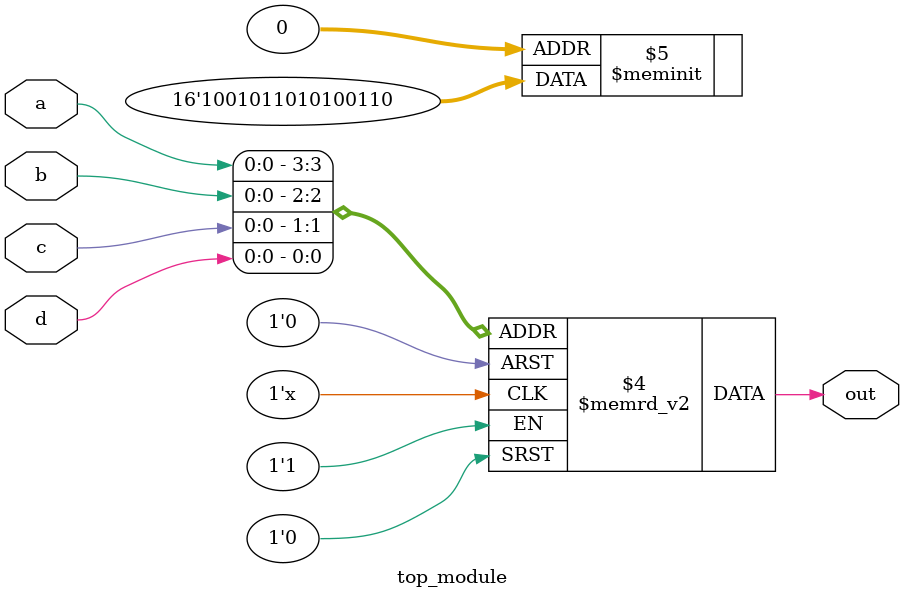
<source format=sv>
module top_module (
	input a, 
	input b,
	input c,
	input d,
	output reg out
);
	always @(*) begin
		case({a,b,c,d})
			4'b0000: out = 1'b0;
			4'b0001: out = 1'b1;
			4'b0010: out = 1'b1;
			4'b0011: out = 1'b0;
			4'b0100: out = 1'b0;
			4'b0101: out = 1'b1;
			4'b0110: out = 1'b0;
			4'b0111: out = 1'b1;
			4'b1000: out = 1'b0;  // fix: changed from 1'b1 to 1'b0
			4'b1001: out = 1'b1;
			4'b1010: out = 1'b1;
			4'b1011: out = 1'b0;
			4'b1100: out = 1'b1;
			4'b1101: out = 1'b0;
			4'b1110: out = 1'b0;
			4'b1111: out = 1'b1;
		endcase
	end
endmodule

</source>
